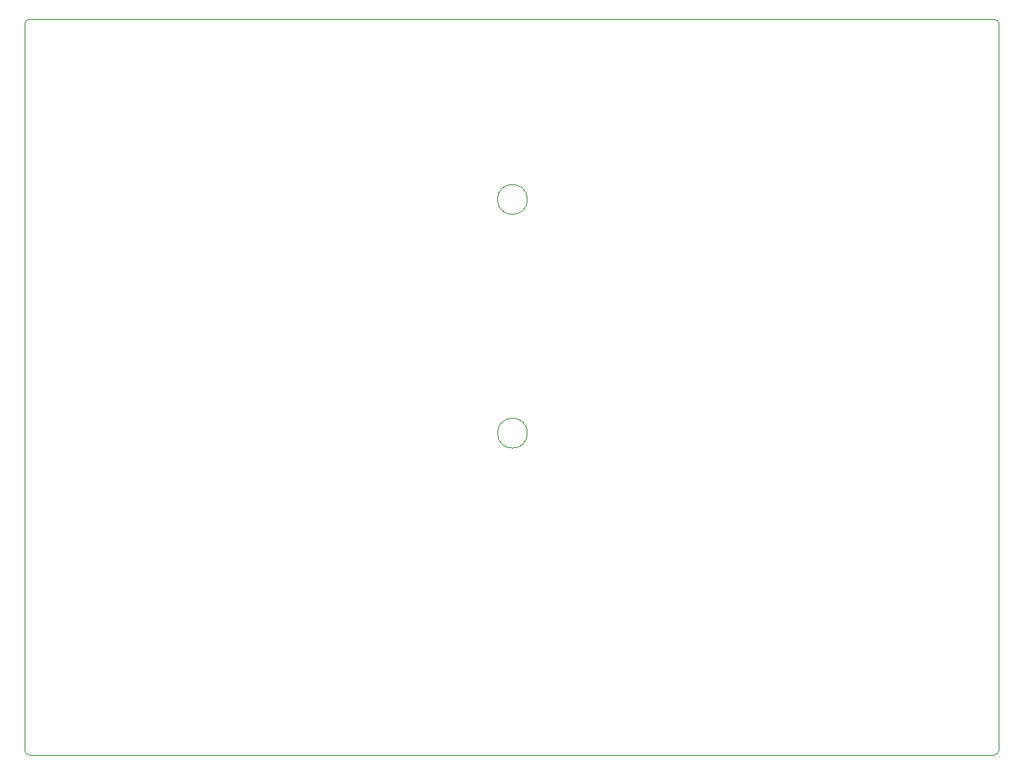
<source format=gbr>
%TF.GenerationSoftware,KiCad,Pcbnew,7.0.2*%
%TF.CreationDate,2024-04-06T10:43:08-07:00*%
%TF.ProjectId,MK-KS-MkIII,4d4b2d4b-532d-44d6-9b49-49492e6b6963,1.0*%
%TF.SameCoordinates,PX3a67068PY9f701d0*%
%TF.FileFunction,Profile,NP*%
%FSLAX46Y46*%
G04 Gerber Fmt 4.6, Leading zero omitted, Abs format (unit mm)*
G04 Created by KiCad (PCBNEW 7.0.2) date 2024-04-06 10:43:08*
%MOMM*%
%LPD*%
G01*
G04 APERTURE LIST*
%TA.AperFunction,Profile*%
%ADD10C,0.100000*%
%TD*%
G04 APERTURE END LIST*
D10*
X48650000Y29367500D02*
G75*
G03*
X48650000Y29367500I-1600000J0D01*
G01*
X48650000Y54367500D02*
G75*
G03*
X48650000Y54367500I-1600000J0D01*
G01*
X-5080000Y-4572000D02*
X-5080000Y73152000D01*
X-5080000Y-4572000D02*
G75*
G03*
X-4572000Y-5080000I508000J0D01*
G01*
X99060000Y73152000D02*
G75*
G03*
X98552000Y73660000I-508000J0D01*
G01*
X98552000Y-5080000D02*
X-4572000Y-5080000D01*
X-4572000Y73660000D02*
G75*
G03*
X-5080000Y73152000I0J-508000D01*
G01*
X99060000Y73152000D02*
X99060000Y-4572000D01*
X-4572000Y73660000D02*
X98552000Y73660000D01*
X98552000Y-5080000D02*
G75*
G03*
X99060000Y-4572000I0J508000D01*
G01*
M02*

</source>
